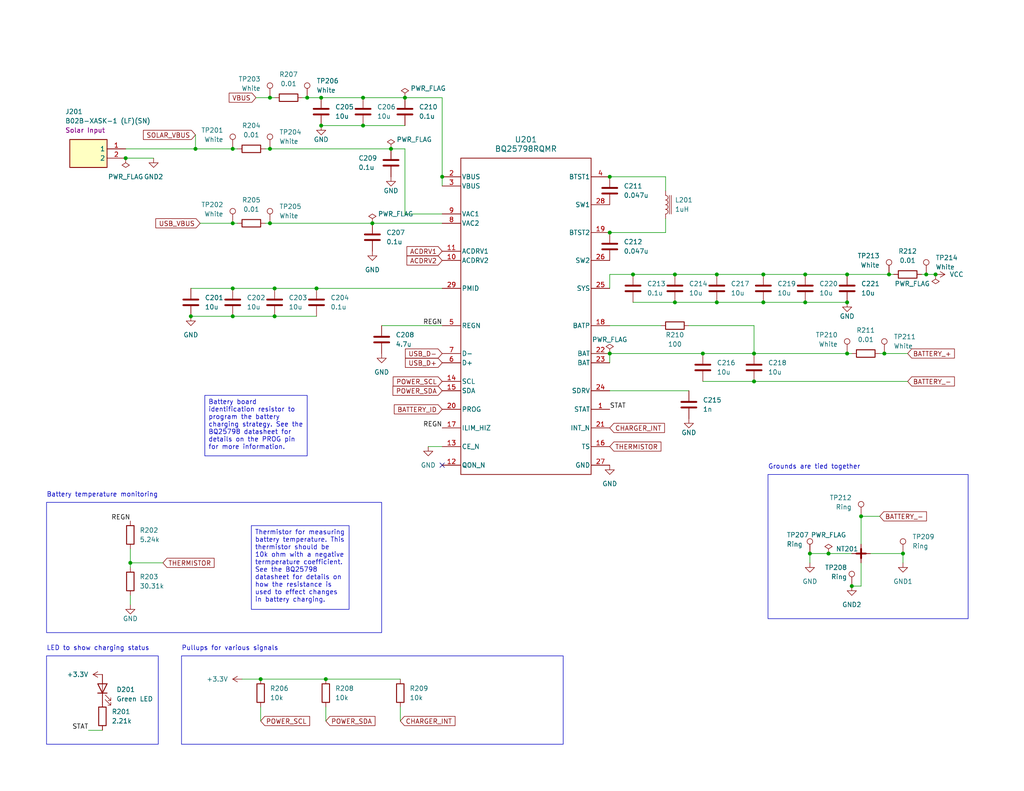
<source format=kicad_sch>
(kicad_sch (version 20230121) (generator eeschema)
  (paper "USLetter")
  (lib_symbols
    (symbol "Connector:TestPoint" (pin_numbers hide) (pin_names (offset 0.762) hide)
      (property "Reference" "TP" (at 0 6.858 0))
      (property "Value" "TestPoint" (at 0 5.08 0))
      (symbol "TestPoint_0_1"
        (circle (center 0 3.302) (radius 0.762))
      )
      (symbol "TestPoint_1_1"
        (pin passive line (at 0 0 90) (length 2.54) (name "1") (number "1"))
      )
    )
    (symbol "Device:C" (pin_numbers hide) (pin_names (offset 0.254))
      (property "Reference" "C" (at 0.635 2.54 0))
      (property "Value" "C" (at 0.635 -2.54 0))
      (symbol "C_0_1"
        (polyline (pts (xy -2.032 -0.762) (xy 2.032 -0.762)) (stroke (width 0.508)))
        (polyline (pts (xy -2.032 0.762) (xy 2.032 0.762)) (stroke (width 0.508)))
      )
      (symbol "C_1_1"
        (pin passive line (at 0 3.81 270) (length 2.794) (name "~") (number "1"))
        (pin passive line (at 0 -3.81 90) (length 2.794) (name "~") (number "2"))
      )
    )
    (symbol "Device:LED" (pin_numbers hide) (pin_names (offset 1.016) hide)
      (property "Reference" "D" (at 0 2.54 0))
      (property "Value" "LED" (at 0 -2.54 0))
      (symbol "LED_0_1"
        (polyline (pts (xy -1.27 -1.27) (xy -1.27 1.27)) (stroke (width 0.254)))
        (polyline (pts (xy -1.27 0) (xy 1.27 0)))
        (polyline (pts (xy 1.27 -1.27) (xy 1.27 1.27) (xy -1.27 0) (xy 1.27 -1.27)) (stroke (width 0.254)))
        (polyline (pts (xy -3.048 -0.762) (xy -4.572 -2.286) (xy -3.81 -2.286) (xy -4.572 -2.286) (xy -4.572 -1.524)))
        (polyline (pts (xy -1.778 -0.762) (xy -3.302 -2.286) (xy -2.54 -2.286) (xy -3.302 -2.286) (xy -3.302 -1.524)))
      )
      (symbol "LED_1_1"
        (pin passive line (at -3.81 0 0) (length 2.54) (name "K") (number "1"))
        (pin passive line (at 3.81 0 180) (length 2.54) (name "A") (number "2"))
      )
    )
    (symbol "Device:L_Iron" (pin_numbers hide) (pin_names (offset 1.016) hide)
      (property "Reference" "L" (at -1.27 0 90))
      (property "Value" "L_Iron" (at 2.794 0 90))
      (symbol "L_Iron_0_1"
        (arc (start 0 -2.54) (mid 0.6323 -1.905) (end 0 -1.27))
        (arc (start 0 -1.27) (mid 0.6323 -0.635) (end 0 0))
        (polyline (pts (xy 1.016 2.54) (xy 1.016 -2.54)))
        (polyline (pts (xy 1.524 -2.54) (xy 1.524 2.54)))
        (arc (start 0 0) (mid 0.6323 0.635) (end 0 1.27))
        (arc (start 0 1.27) (mid 0.6323 1.905) (end 0 2.54))
      )
      (symbol "L_Iron_1_1"
        (pin passive line (at 0 3.81 270) (length 1.27) (name "1") (number "1"))
        (pin passive line (at 0 -3.81 90) (length 1.27) (name "2") (number "2"))
      )
    )
    (symbol "Device:NetTie_4_Cross" (pin_numbers hide) (pin_names (offset 0) hide) (in_bom no)
      (property "Reference" "NT" (at 0.635 1.27 0))
      (property "Value" "NetTie_4_Cross" (at 0.635 -1.27 0))
      (symbol "NetTie_4_Cross_0_1"
        (polyline (pts (xy -1.27 0) (xy 1.27 0)) (stroke (width 0.508)))
        (polyline (pts (xy 0 -1.27) (xy 0 1.27)) (stroke (width 0.508)))
      )
      (symbol "NetTie_4_Cross_1_1"
        (pin passive line (at -2.54 0 0) (length 2.54) (name "1") (number "1"))
        (pin passive line (at 2.54 0 180) (length 2.54) (name "2") (number "2"))
        (pin passive line (at 0 2.54 270) (length 2.54) (name "3") (number "3"))
        (pin passive line (at 0 -2.54 90) (length 2.54) (name "4") (number "4"))
      )
    )
    (symbol "Device:R" (pin_numbers hide) (pin_names (offset 0))
      (property "Reference" "R" (at 2.032 0 90))
      (property "Value" "R" (at 0 0 90))
      (symbol "R_0_1"
        (rectangle (start -1.016 -2.54) (end 1.016 2.54) (stroke (width 0.254)))
      )
      (symbol "R_1_1"
        (pin passive line (at 0 3.81 270) (length 1.27) (name "~") (number "1"))
        (pin passive line (at 0 -3.81 90) (length 1.27) (name "~") (number "2"))
      )
    )
    (symbol "JST B02B-XASK-1 (LF)(SN):B02B-XASK-1__LF__SN_"
      (property "Reference" "J" (at 16.51 7.62 0))
      (property "Value" "B02B-XASK-1__LF__SN_" (at 16.51 5.08 0))
      (symbol "B02B-XASK-1__LF__SN__1_1"
        (rectangle (start 5.08 2.54) (end 15.24 -5.08) (stroke (width 0.254)) (fill (type background)))
        (pin passive line (at 0 -2.54 0) (length 5.08) (name "1") (number "1"))
        (pin passive line (at 0 0 0) (length 5.08) (name "2") (number "2"))
      )
    )
    (symbol "TI BQ25798:BQ25798RQMR" (pin_names (offset 0.254))
      (property "Reference" "U" (at 0 2.54 0))
      (property "Value" "BQ25798RQMR" (at 0 0 0))
      (symbol "BQ25798RQMR_0_1"
        (polyline (pts (xy 5.08 -81.28) (xy 40.64 -81.28)) (stroke (width 0.2032)))
        (polyline (pts (xy 5.08 5.08) (xy 5.08 -81.28)) (stroke (width 0.2032)))
        (polyline (pts (xy 40.64 -81.28) (xy 40.64 5.08)) (stroke (width 0.2032)))
        (polyline (pts (xy 40.64 5.08) (xy 5.08 5.08)) (stroke (width 0.2032)))
        (pin output line (at 45.72 -63.5 180) (length 5.08) (name "STAT") (number "1"))
        (pin input line (at 0 -78.74 0) (length 5.08) (name "QON_N") (number "12"))
        (pin input line (at 0 -73.66 0) (length 5.08) (name "CE_N") (number "13"))
        (pin input line (at 0 -55.88 0) (length 5.08) (name "SCL") (number "14"))
        (pin bidirectional line (at 0 -58.42 0) (length 5.08) (name "SDA") (number "15"))
        (pin input line (at 45.72 -73.66 180) (length 5.08) (name "TS") (number "16"))
        (pin input line (at 0 -68.58 0) (length 5.08) (name "ILIM_HIZ") (number "17"))
        (pin input line (at 45.72 -40.64 180) (length 5.08) (name "BATP") (number "18"))
        (pin bidirectional line (at 45.72 -15.24 180) (length 5.08) (name "BTST2") (number "19"))
        (pin power_in line (at 0 0 0) (length 5.08) (name "VBUS") (number "2"))
        (pin input line (at 0 -63.5 0) (length 5.08) (name "PROG") (number "20"))
        (pin output line (at 45.72 -68.58 180) (length 5.08) (name "INT_N") (number "21"))
        (pin output line (at 45.72 -58.42 180) (length 5.08) (name "SDRV") (number "24"))
        (pin bidirectional line (at 45.72 -22.86 180) (length 5.08) (name "SW2") (number "26"))
        (pin power_in line (at 45.72 -78.74 180) (length 5.08) (name "GND") (number "27"))
        (pin bidirectional line (at 45.72 -7.62 180) (length 5.08) (name "SW1") (number "28"))
        (pin bidirectional line (at 0 -30.48 0) (length 5.08) (name "PMID") (number "29"))
        (pin power_in line (at 0 -2.54 0) (length 5.08) (name "VBUS") (number "3"))
        (pin bidirectional line (at 45.72 0 180) (length 5.08) (name "BTST1") (number "4"))
        (pin power_out line (at 0 -40.64 0) (length 5.08) (name "REGN") (number "5"))
        (pin bidirectional line (at 0 -50.8 0) (length 5.08) (name "D+") (number "6"))
        (pin bidirectional line (at 0 -48.26 0) (length 5.08) (name "D-") (number "7"))
        (pin power_in line (at 0 -12.7 0) (length 5.08) (name "VAC2") (number "8"))
        (pin power_in line (at 0 -10.16 0) (length 5.08) (name "VAC1") (number "9"))
      )
      (symbol "BQ25798RQMR_1_1"
        (pin output line (at 0 -22.86 0) (length 5.08) (name "ACDRV2") (number "10"))
        (pin output line (at 0 -20.32 0) (length 5.08) (name "ACDRV1") (number "11"))
        (pin power_in line (at 45.72 -48.26 180) (length 5.08) (name "BAT") (number "22"))
        (pin power_in line (at 45.72 -50.8 180) (length 5.08) (name "BAT") (number "23"))
        (pin power_out line (at 45.72 -30.48 180) (length 5.08) (name "SYS") (number "25"))
      )
    )
    (symbol "power:+3.3V" (power) (pin_names (offset 0))
      (property "Value" "+3.3V" (at 0 3.556 0))
      (symbol "+3.3V_0_1"
        (polyline (pts (xy -0.762 1.27) (xy 0 2.54)))
        (polyline (pts (xy 0 0) (xy 0 2.54)))
        (polyline (pts (xy 0 2.54) (xy 0.762 1.27)))
      )
      (symbol "+3.3V_1_1"
        (pin power_in line (at 0 0 90) (length 0) hide (name "+3.3V") (number "1"))
      )
    )
    (symbol "power:GND" (power) (pin_names (offset 0))
      (property "Value" "GND" (at 0 -3.81 0))
      (symbol "GND_0_1"
        (polyline (pts (xy 0 0) (xy 0 -1.27) (xy 1.27 -1.27) (xy 0 -2.54) (xy -1.27 -1.27) (xy 0 -1.27)))
      )
      (symbol "GND_1_1"
        (pin power_in line (at 0 0 270) (length 0) hide (name "GND") (number "1"))
      )
    )
    (symbol "power:GND1" (power) (pin_names (offset 0))
      (property "Value" "GND1" (at 0 -3.81 0))
      (symbol "GND1_0_1"
        (polyline (pts (xy 0 0) (xy 0 -1.27) (xy 1.27 -1.27) (xy 0 -2.54) (xy -1.27 -1.27) (xy 0 -1.27)))
      )
      (symbol "GND1_1_1"
        (pin power_in line (at 0 0 270) (length 0) hide (name "GND1") (number "1"))
      )
    )
    (symbol "power:GND2" (power) (pin_names (offset 0))
      (property "Value" "GND2" (at 0 -3.81 0))
      (symbol "GND2_0_1"
        (polyline (pts (xy 0 0) (xy 0 -1.27) (xy 1.27 -1.27) (xy 0 -2.54) (xy -1.27 -1.27) (xy 0 -1.27)))
      )
      (symbol "GND2_1_1"
        (pin power_in line (at 0 0 270) (length 0) hide (name "GND2") (number "1"))
      )
    )
    (symbol "power:PWR_FLAG" (power) (pin_numbers hide) (pin_names (offset 0) hide)
      (property "Value" "PWR_FLAG" (at 0 3.81 0))
      (symbol "PWR_FLAG_0_0"
        (pin power_out line (at 0 0 90) (length 0) (name "pwr") (number "1"))
      )
      (symbol "PWR_FLAG_0_1"
        (polyline (pts (xy 0 0) (xy 0 1.27) (xy -1.016 1.905) (xy 0 2.54) (xy 1.016 1.905) (xy 0 1.27)))
      )
    )
    (symbol "power:VCC" (power) (pin_names (offset 0))
      (property "Value" "VCC" (at 0 3.81 0))
      (symbol "VCC_0_1"
        (polyline (pts (xy -0.762 1.27) (xy 0 2.54)))
        (polyline (pts (xy 0 0) (xy 0 2.54)))
        (polyline (pts (xy 0 2.54) (xy 0.762 1.27)))
      )
      (symbol "VCC_1_1"
        (pin power_in line (at 0 0 90) (length 0) hide (name "VCC") (number "1"))
      )
    )
  )
  (junction (at 106.68 40.64))
  (junction (at 231.14 96.52))
  (junction (at 246.38 151.13))
  (junction (at 63.5 86.36))
  (junction (at 99.06 34.29))
  (junction (at 86.36 78.74))
  (junction (at 234.95 140.97))
  (junction (at 195.58 74.93))
  (junction (at 99.06 26.67))
  (junction (at 73.66 60.96))
  (junction (at 205.74 96.52))
  (junction (at 205.74 104.14))
  (junction (at 71.12 185.42))
  (junction (at 74.93 86.36))
  (junction (at 232.41 160.02))
  (junction (at 219.71 82.55))
  (junction (at 231.14 82.55))
  (junction (at 88.9 185.42))
  (junction (at 34.29 43.18))
  (junction (at 241.3 96.52))
  (junction (at 220.98 151.13))
  (junction (at 63.5 60.96))
  (junction (at 231.14 74.93))
  (junction (at 252.73 74.93))
  (junction (at 53.34 40.64))
  (junction (at 110.49 26.67))
  (junction (at 208.28 74.93))
  (junction (at 184.15 82.55))
  (junction (at 74.93 78.74))
  (junction (at 226.06 151.13))
  (junction (at 63.5 78.74))
  (junction (at 166.37 96.52))
  (junction (at 87.63 34.29))
  (junction (at 172.72 74.93))
  (junction (at 87.63 26.67))
  (junction (at 120.65 48.26))
  (junction (at 35.56 153.67))
  (junction (at 52.07 86.36))
  (junction (at 73.66 40.64))
  (junction (at 166.37 63.5))
  (junction (at 255.27 74.93))
  (junction (at 73.66 26.67))
  (junction (at 219.71 74.93))
  (junction (at 101.6 60.96))
  (junction (at 83.82 26.67))
  (junction (at 63.5 40.64))
  (junction (at 184.15 74.93))
  (junction (at 191.77 96.52))
  (junction (at 242.57 74.93))
  (junction (at 195.58 82.55))
  (junction (at 208.28 82.55))
  (junction (at 166.37 48.26))
  (no_connect (at 120.65 127))
  (wire (pts (xy 35.56 149.86) (xy 35.56 153.67)))
  (wire (pts (xy 180.34 88.9) (xy 166.37 88.9)))
  (wire (pts (xy 231.14 96.52) (xy 232.41 96.52)))
  (wire (pts (xy 231.14 74.93) (xy 242.57 74.93)))
  (wire (pts (xy 52.07 78.74) (xy 63.5 78.74)))
  (wire (pts (xy 234.95 140.97) (xy 234.95 148.59)))
  (wire (pts (xy 181.61 52.07) (xy 181.61 48.26)))
  (wire (pts (xy 251.46 74.93) (xy 252.73 74.93)))
  (wire (pts (xy 99.06 26.67) (xy 110.49 26.67)))
  (wire (pts (xy 63.5 78.74) (xy 74.93 78.74)))
  (wire (pts (xy 234.95 153.67) (xy 234.95 160.02)))
  (wire (pts (xy 220.98 153.67) (xy 220.98 151.13)))
  (wire (pts (xy 208.28 82.55) (xy 219.71 82.55)))
  (wire (pts (xy 82.55 26.67) (xy 83.82 26.67)))
  (wire (pts (xy 120.65 26.67) (xy 120.65 48.26)))
  (wire (pts (xy 86.36 78.74) (xy 120.65 78.74)))
  (wire (pts (xy 234.95 140.97) (xy 240.03 140.97)))
  (wire (pts (xy 106.68 40.64) (xy 110.49 40.64)))
  (wire (pts (xy 116.84 121.92) (xy 120.65 121.92)))
  (wire (pts (xy 35.56 153.67) (xy 44.45 153.67)))
  (wire (pts (xy 66.04 185.42) (xy 71.12 185.42)))
  (wire (pts (xy 87.63 34.29) (xy 99.06 34.29)))
  (wire (pts (xy 219.71 74.93) (xy 231.14 74.93)))
  (wire (pts (xy 35.56 162.56) (xy 35.56 165.1)))
  (wire (pts (xy 72.39 40.64) (xy 73.66 40.64)))
  (wire (pts (xy 63.5 60.96) (xy 64.77 60.96)))
  (wire (pts (xy 88.9 185.42) (xy 109.22 185.42)))
  (wire (pts (xy 53.34 36.83) (xy 53.34 40.64)))
  (wire (pts (xy 63.5 86.36) (xy 74.93 86.36)))
  (wire (pts (xy 120.65 48.26) (xy 120.65 50.8)))
  (wire (pts (xy 241.3 96.52) (xy 247.65 96.52)))
  (wire (pts (xy 219.71 82.55) (xy 231.14 82.55)))
  (wire (pts (xy 205.74 88.9) (xy 205.74 96.52)))
  (wire (pts (xy 181.61 48.26) (xy 166.37 48.26)))
  (wire (pts (xy 109.22 193.04) (xy 109.22 196.85)))
  (wire (pts (xy 99.06 34.29) (xy 110.49 34.29)))
  (wire (pts (xy 71.12 193.04) (xy 71.12 196.85)))
  (wire (pts (xy 166.37 74.93) (xy 166.37 78.74)))
  (wire (pts (xy 184.15 82.55) (xy 195.58 82.55)))
  (wire (pts (xy 184.15 74.93) (xy 195.58 74.93)))
  (wire (pts (xy 74.93 78.74) (xy 86.36 78.74)))
  (wire (pts (xy 34.29 40.64) (xy 53.34 40.64)))
  (wire (pts (xy 101.6 60.96) (xy 120.65 60.96)))
  (wire (pts (xy 72.39 60.96) (xy 73.66 60.96)))
  (wire (pts (xy 73.66 40.64) (xy 106.68 40.64)))
  (wire (pts (xy 166.37 96.52) (xy 166.37 99.06)))
  (wire (pts (xy 71.12 185.42) (xy 88.9 185.42)))
  (wire (pts (xy 110.49 26.67) (xy 120.65 26.67)))
  (wire (pts (xy 83.82 26.67) (xy 87.63 26.67)))
  (wire (pts (xy 110.49 40.64) (xy 110.49 58.42)))
  (wire (pts (xy 240.03 96.52) (xy 241.3 96.52)))
  (wire (pts (xy 191.77 96.52) (xy 205.74 96.52)))
  (wire (pts (xy 181.61 63.5) (xy 166.37 63.5)))
  (wire (pts (xy 237.49 151.13) (xy 246.38 151.13)))
  (wire (pts (xy 63.5 40.64) (xy 64.77 40.64)))
  (wire (pts (xy 74.93 86.36) (xy 86.36 86.36)))
  (wire (pts (xy 73.66 60.96) (xy 101.6 60.96)))
  (wire (pts (xy 246.38 153.67) (xy 246.38 151.13)))
  (wire (pts (xy 205.74 96.52) (xy 231.14 96.52)))
  (wire (pts (xy 52.07 86.36) (xy 63.5 86.36)))
  (wire (pts (xy 69.85 26.67) (xy 73.66 26.67)))
  (wire (pts (xy 104.14 88.9) (xy 120.65 88.9)))
  (wire (pts (xy 232.41 160.02) (xy 234.95 160.02)))
  (wire (pts (xy 226.06 151.13) (xy 232.41 151.13)))
  (wire (pts (xy 73.66 26.67) (xy 74.93 26.67)))
  (wire (pts (xy 53.34 40.64) (xy 63.5 40.64)))
  (wire (pts (xy 252.73 74.93) (xy 255.27 74.93)))
  (wire (pts (xy 205.74 104.14) (xy 247.65 104.14)))
  (wire (pts (xy 208.28 74.93) (xy 219.71 74.93)))
  (wire (pts (xy 195.58 82.55) (xy 208.28 82.55)))
  (wire (pts (xy 166.37 96.52) (xy 191.77 96.52)))
  (wire (pts (xy 220.98 151.13) (xy 226.06 151.13)))
  (wire (pts (xy 88.9 193.04) (xy 88.9 196.85)))
  (wire (pts (xy 54.61 60.96) (xy 63.5 60.96)))
  (wire (pts (xy 24.13 199.39) (xy 27.94 199.39)))
  (wire (pts (xy 166.37 106.68) (xy 187.96 106.68)))
  (wire (pts (xy 187.96 88.9) (xy 205.74 88.9)))
  (wire (pts (xy 242.57 74.93) (xy 243.84 74.93)))
  (wire (pts (xy 181.61 59.69) (xy 181.61 63.5)))
  (wire (pts (xy 195.58 74.93) (xy 208.28 74.93)))
  (wire (pts (xy 35.56 154.94) (xy 35.56 153.67)))
  (wire (pts (xy 172.72 74.93) (xy 184.15 74.93)))
  (wire (pts (xy 191.77 104.14) (xy 205.74 104.14)))
  (wire (pts (xy 161.29 96.52) (xy 166.37 96.52)))
  (wire (pts (xy 34.29 43.18) (xy 41.91 43.18)))
  (wire (pts (xy 166.37 74.93) (xy 172.72 74.93)))
  (wire (pts (xy 110.49 58.42) (xy 120.65 58.42)))
  (wire (pts (xy 87.63 26.67) (xy 99.06 26.67)))
  (wire (pts (xy 172.72 82.55) (xy 184.15 82.55)))
  (rectangle (start 12.7 179.07) (end 43.18 203.2))
  (rectangle (start 12.7 137.16) (end 104.14 172.72))
  (rectangle (start 209.55 129.54) (end 264.16 168.91))
  (rectangle (start 49.53 179.07) (end 153.67 203.2))
  (rectangle (start 295.91 157.48) (end 295.91 157.48))
  (text_box "Battery board identification resistor to program the battery charging strategy. See the BQ25798 datasheet for details on the PROG pin for more information." (at 55.88 107.95 0) (size 27.94 16.51) (effects (font (size 1.27 1.27)) (justify left top)))
  (text_box "Thermistor for measuring battery temperature. This thermistor should be 10k ohm with a negative termperature coefficient. See the BQ25798 datasheet for details on how the resistance is used to effect changes in battery charging." (at 68.58 143.51 0) (size 26.67 22.86) (effects (font (size 1.27 1.27)) (justify left top)))
  (text "Grounds are tied together" (at 209.55 128.27 0) (effects (font (size 1.27 1.27)) (justify left bottom)))
  (text "Pullups for various signals" (at 49.53 177.8 0) (effects (font (size 1.27 1.27)) (justify left bottom)))
  (text "Battery temperature monitoring" (at 12.7 135.89 0) (effects (font (size 1.27 1.27)) (justify left bottom)))
  (text "LED to show charging status" (at 12.7 177.8 0) (effects (font (size 1.27 1.27)) (justify left bottom)))
  (label "REGN" (at 120.65 88.9 180))
  (label "STAT" (at 24.13 199.39 180))
  (label "STAT" (at 166.37 111.76 0))
  (label "REGN" (at 120.65 116.84 180))
  (label "REGN" (at 35.56 142.24 180))
  (global_label "USB_VBUS" (shape input) (at 54.61 60.96 180) (property "Intersheetrefs" "${INTERSHEET_REFS}" (at 41.9486 60.96 0) (effects (justify right))))
  (global_label "BATTERY_-" (shape input) (at 247.65 104.14 0) (property "Intersheetrefs" "${INTERSHEET_REFS}" (at 260.9766 104.14 0) (effects (justify left))))
  (global_label "BATTERY_+" (shape input) (at 247.65 96.52 0) (property "Intersheetrefs" "${INTERSHEET_REFS}" (at 260.9766 96.52 0) (effects (justify left))))
  (global_label "BATTERY_ID" (shape input) (at 120.65 111.76 180) (property "Intersheetrefs" "${INTERSHEET_REFS}" (at 107.021 111.76 0) (effects (justify right))))
  (global_label "ACDRV2" (shape input) (at 120.65 71.12 180) (property "Intersheetrefs" "${INTERSHEET_REFS}" (at 110.4681 71.12 0) (effects (justify right))))
  (global_label "USB_D+" (shape input) (at 120.65 99.06 180) (property "Intersheetrefs" "${INTERSHEET_REFS}" (at 110.0448 99.06 0) (effects (justify right))))
  (global_label "THERMISTOR" (shape input) (at 44.45 153.67 0) (property "Intersheetrefs" "${INTERSHEET_REFS}" (at 58.9861 153.67 0) (effects (justify left))))
  (global_label "POWER_SDA" (shape input) (at 120.65 106.68 180) (property "Intersheetrefs" "${INTERSHEET_REFS}" (at 106.6582 106.68 0) (effects (justify right))))
  (global_label "ACDRV1" (shape input) (at 120.65 68.58 180) (property "Intersheetrefs" "${INTERSHEET_REFS}" (at 110.4681 68.58 0) (effects (justify right))))
  (global_label "CHARGER_INT" (shape input) (at 109.22 196.85 0) (property "Intersheetrefs" "${INTERSHEET_REFS}" (at 124.7238 196.85 0) (effects (justify left))))
  (global_label "VBUS" (shape input) (at 69.85 26.67 180) (property "Intersheetrefs" "${INTERSHEET_REFS}" (at 61.9662 26.67 0) (effects (justify right))))
  (global_label "BATTERY_-" (shape input) (at 240.03 140.97 0) (property "Intersheetrefs" "${INTERSHEET_REFS}" (at 253.3566 140.97 0) (effects (justify left))))
  (global_label "POWER_SDA" (shape input) (at 88.9 196.85 0) (property "Intersheetrefs" "${INTERSHEET_REFS}" (at 102.8918 196.85 0) (effects (justify left))))
  (global_label "THERMISTOR" (shape input) (at 166.37 121.92 0) (property "Intersheetrefs" "${INTERSHEET_REFS}" (at 180.9061 121.92 0) (effects (justify left))))
  (global_label "POWER_SCL" (shape input) (at 120.65 104.14 180) (property "Intersheetrefs" "${INTERSHEET_REFS}" (at 106.7187 104.14 0) (effects (justify right))))
  (global_label "USB_D-" (shape input) (at 120.65 96.52 180) (property "Intersheetrefs" "${INTERSHEET_REFS}" (at 110.0448 96.52 0) (effects (justify right))))
  (global_label "CHARGER_INT" (shape input) (at 166.37 116.84 0) (property "Intersheetrefs" "${INTERSHEET_REFS}" (at 181.8738 116.84 0) (effects (justify left))))
  (global_label "POWER_SCL" (shape input) (at 71.12 196.85 0) (property "Intersheetrefs" "${INTERSHEET_REFS}" (at 85.0513 196.85 0) (effects (justify left))))
  (global_label "SOLAR_VBUS" (shape input) (at 53.34 36.83 180) (property "Intersheetrefs" "${INTERSHEET_REFS}" (at 38.5619 36.83 0) (effects (justify right))))
  (symbol (lib_id "Device:C") (at 110.49 30.48 0) (unit 1)
    (property "Reference" "C210" (at 114.3 29.21 0) (effects (justify left)))
    (property "Value" "0.1u" (at 114.3 31.75 0) (effects (justify left)))
    (property "Footprint" "Capacitor_SMD:C_0402_1005Metric" (effects hide))
    (property "Manufacturer" "Murata Electronics" (effects hide))
    (property "Manufacturer Part Number" "GCJ188R71H104KA12D" (effects hide))
    (property "Designed Manufacturer" "TDK" (effects hide))
    (property "Designed Part Number" "C1005X7R1H104K050BE" (effects hide))
    (property "MPN" "C161115" (effects hide))
    (property "Active" "Y" (effects hide))
    (property "Specs" "50V" (effects hide))
  )
  (symbol (lib_id "Device:C") (at 219.71 78.74 0) (unit 1)
    (property "Reference" "C220" (at 223.52 77.47 0) (effects (justify left)))
    (property "Value" "10u" (at 223.52 80.01 0) (effects (justify left)))
    (property "Footprint" "Capacitor_SMD:C_0603_1608Metric" (effects hide))
    (property "Manufacturer" "Murata Electronics" (effects hide))
    (property "Manufacturer Part Number" "GRT188R61E106ME13D" (effects hide))
    (property "Designed Manufacturer" "TDK" (effects hide))
    (property "Designed Part Number" "C2012X5R1E106K125AB " (effects hide))
    (property "MPN" "C697423" (effects hide))
    (property "Active" "Y" (effects hide))
    (property "Specs" "25V" (effects hide))
  )
  (symbol (lib_id "Device:R") (at 71.12 189.23 0) (unit 1)
    (property "Reference" "R206" (at 73.66 187.96 0) (effects (justify left)))
    (property "Value" "10k" (at 73.66 190.5 0) (effects (justify left)))
    (property "Footprint" "Resistor_SMD:R_0402_1005Metric" (effects hide))
    (property "Designed Manufacturer" "Vishay-Dale" (effects hide))
    (property "Designed Part Number" "CRCW040210K0FKED" (effects hide))
    (property "MPN" "C71617" (effects hide))
    (property "Manufacturer" "Vishay-Dale" (effects hide))
    (property "Manufacturer Part Number" "CRCW040210K0FKED" (effects hide))
    (property "Active" "Y" (effects hide))
  )
  (symbol (lib_id "power:PWR_FLAG") (at 166.37 96.52 0) (unit 1)
    (property "Reference" "#FLG0203" (effects hide))
    (property "Value" "PWR_FLAG" (at 166.37 92.71 0))
  )
  (symbol (lib_id "Device:R") (at 68.58 60.96 90) (unit 1)
    (property "Reference" "R205" (at 68.58 54.61 90))
    (property "Value" "0.01" (at 68.58 57.15 90))
    (property "Footprint" "Resistor_SMD:R_2512_6332Metric" (effects hide))
    (property "MPN" "C844296" (effects hide))
    (property "Manufacturer" "Vishay Intertech" (effects hide))
    (property "Manufacturer Part Number" "WSLP2512L5000FEA" (effects hide))
    (property "Active" "Y" (effects hide))
  )
  (symbol (lib_id "Connector:TestPoint") (at 232.41 160.02 0) (unit 1)
    (property "Reference" "TP208" (at 231.14 154.94 0) (effects (justify right)))
    (property "Value" "Ring" (at 231.14 157.48 0) (effects (justify right)))
    (property "Footprint" "TestPoint:TestPoint_Keystone_5019_Minature" (effects hide))
    (property "MPN" "C238131" (effects hide))
    (property "Manufacturer" "Keystone" (effects hide))
    (property "Manufacturer Part Number" "5019" (effects hide))
    (property "Active" "Y" (effects hide))
  )
  (symbol (lib_id "Device:R") (at 88.9 189.23 0) (unit 1)
    (property "Reference" "R208" (at 91.44 187.96 0) (effects (justify left)))
    (property "Value" "10k" (at 91.44 190.5 0) (effects (justify left)))
    (property "Footprint" "Resistor_SMD:R_0402_1005Metric" (effects hide))
    (property "Designed Manufacturer" "Vishay-Dale" (effects hide))
    (property "Designed Part Number" "CRCW040210K0FKED" (effects hide))
    (property "MPN" "C71617" (effects hide))
    (property "Manufacturer" "Vishay-Dale" (effects hide))
    (property "Manufacturer Part Number" "CRCW040210K0FKED" (effects hide))
    (property "Active" "Y" (effects hide))
  )
  (symbol (lib_id "power:GND") (at 231.14 82.55 0) (unit 1)
    (property "Reference" "#PWR0217" (effects hide))
    (property "Value" "GND" (at 231.14 86.36 0))
  )
  (symbol (lib_id "Device:C") (at 172.72 78.74 0) (unit 1)
    (property "Reference" "C213" (at 176.53 77.47 0) (effects (justify left)))
    (property "Value" "0.1u" (at 176.53 80.01 0) (effects (justify left)))
    (property "Footprint" "Capacitor_SMD:C_0402_1005Metric" (effects hide))
    (property "Manufacturer" "Murata Electronics" (effects hide))
    (property "Manufacturer Part Number" "GCJ188R71H104KA12D" (effects hide))
    (property "Designed Manufacturer" "TDK" (effects hide))
    (property "Designed Part Number" "C1005X7R1H104K050BE" (effects hide))
    (property "MPN" "C161115" (effects hide))
    (property "Active" "Y" (effects hide))
    (property "Specs" "50V" (effects hide))
  )
  (symbol (lib_id "Device:C") (at 106.68 44.45 0) (unit 1)
    (property "Reference" "C209" (at 97.79 43.18 0) (effects (justify left)))
    (property "Value" "0.1u" (at 97.79 45.72 0) (effects (justify left)))
    (property "Footprint" "Capacitor_SMD:C_0402_1005Metric" (effects hide))
    (property "Manufacturer" "Murata Electronics" (effects hide))
    (property "Manufacturer Part Number" "GCJ188R71H104KA12D" (effects hide))
    (property "Designed Manufacturer" "TDK" (effects hide))
    (property "Designed Part Number" "C1005X7R1H104K050BE" (effects hide))
    (property "MPN" "C161115" (effects hide))
    (property "Active" "Y" (effects hide))
    (property "Specs" "50V" (effects hide))
  )
  (symbol (lib_id "Device:R") (at 184.15 88.9 90) (unit 1)
    (property "Reference" "R210" (at 184.15 91.44 90))
    (property "Value" "100" (at 184.15 93.98 90))
    (property "Footprint" "Resistor_SMD:R_0603_1608Metric" (effects hide))
    (property "MPN" "C105588" (effects hide))
    (property "Manufacturer" "YAGEO" (effects hide))
    (property "Manufacturer Part Number" "RC0603FR-07100RL " (effects hide))
    (property "Active" "Y" (effects hide))
  )
  (symbol (lib_id "power:GND") (at 220.98 153.67 0) (unit 1)
    (property "Reference" "#PWR0208" (effects hide))
    (property "Value" "GND" (at 220.98 158.75 0))
  )
  (symbol (lib_id "Device:NetTie_4_Cross") (at 234.95 151.13 0) (unit 1) (in_bom no)
    (property "Reference" "NT201" (at 231.14 149.86 0))
    (property "Value" "NetTie_4_Cross" (effects hide))
  )
  (symbol (lib_id "Device:C") (at 195.58 78.74 0) (unit 1)
    (property "Reference" "C217" (at 199.39 77.47 0) (effects (justify left)))
    (property "Value" "10u" (at 199.39 80.01 0) (effects (justify left)))
    (property "Footprint" "Capacitor_SMD:C_0603_1608Metric" (effects hide))
    (property "Manufacturer" "Murata Electronics" (effects hide))
    (property "Manufacturer Part Number" "GRT188R61E106ME13D" (effects hide))
    (property "Designed Manufacturer" "TDK" (effects hide))
    (property "Designed Part Number" "C2012X5R1E106K125AB " (effects hide))
    (property "MPN" "C697423" (effects hide))
    (property "Active" "Y" (effects hide))
    (property "Specs" "25V" (effects hide))
  )
  (symbol (lib_id "Connector:TestPoint") (at 73.66 40.64 0) (unit 1)
    (property "Reference" "TP204" (at 76.2 36.068 0) (effects (justify left)))
    (property "Value" "White" (at 76.2 38.608 0) (effects (justify left)))
    (property "Footprint" "TestPoint:TestPoint_Keystone_5000-5004_Miniature" (effects hide))
    (property "MPN" "C238123" (effects hide))
    (property "Manufacturer" "Keystone" (effects hide))
    (property "Manufacturer Part Number" "5002" (effects hide))
    (property "Active" "Y" (effects hide))
  )
  (symbol (lib_id "power:+3.3V") (at 66.04 185.42 90) (unit 1)
    (property "Reference" "#PWR0205" (effects hide))
    (property "Value" "+3.3V" (at 62.23 185.42 90) (effects (justify left)))
  )
  (symbol (lib_id "Device:C") (at 184.15 78.74 0) (unit 1)
    (property "Reference" "C214" (at 187.96 77.47 0) (effects (justify left)))
    (property "Value" "10u" (at 187.96 80.01 0) (effects (justify left)))
    (property "Footprint" "Capacitor_SMD:C_0603_1608Metric" (effects hide))
    (property "Manufacturer" "Murata Electronics" (effects hide))
    (property "Manufacturer Part Number" "GRT188R61E106ME13D" (effects hide))
    (property "Designed Manufacturer" "TDK" (effects hide))
    (property "Designed Part Number" "C2012X5R1E106K125AB " (effects hide))
    (property "MPN" "C697423" (effects hide))
    (property "Active" "Y" (effects hide))
    (property "Specs" "25V" (effects hide))
  )
  (symbol (lib_id "Device:R") (at 68.58 40.64 90) (unit 1)
    (property "Reference" "R204" (at 68.58 34.29 90))
    (property "Value" "0.01" (at 68.58 36.83 90))
    (property "Footprint" "Resistor_SMD:R_2512_6332Metric" (effects hide))
    (property "MPN" "C844296" (effects hide))
    (property "Manufacturer" "Vishay Intertech" (effects hide))
    (property "Manufacturer Part Number" "WSLP2512L5000FEA" (effects hide))
    (property "Active" "Y" (effects hide))
  )
  (symbol (lib_id "Connector:TestPoint") (at 83.82 26.67 0) (unit 1)
    (property "Reference" "TP206" (at 86.36 22.098 0) (effects (justify left)))
    (property "Value" "White" (at 86.36 24.638 0) (effects (justify left)))
    (property "Footprint" "TestPoint:TestPoint_Keystone_5000-5004_Miniature" (effects hide))
    (property "MPN" "C238123" (effects hide))
    (property "Manufacturer" "Keystone" (effects hide))
    (property "Manufacturer Part Number" "5002" (effects hide))
    (property "Active" "Y" (effects hide))
  )
  (symbol (lib_id "Device:C") (at 205.74 100.33 0) (unit 1)
    (property "Reference" "C218" (at 209.55 99.06 0) (effects (justify left)))
    (property "Value" "10u" (at 209.55 101.6 0) (effects (justify left)))
    (property "Footprint" "Capacitor_SMD:C_0603_1608Metric" (effects hide))
    (property "MPN" "C697423" (effects hide))
    (property "Manufacturer" "Murata Electronics" (effects hide))
    (property "Manufacturer Part Number" "GRT188R61E106ME13D" (effects hide))
    (property "Active" "Y" (effects hide))
    (property "Specs" "25V" (effects hide))
  )
  (symbol (lib_id "power:GND") (at 116.84 121.92 0) (unit 1)
    (property "Reference" "#PWR0211" (effects hide))
    (property "Value" "GND" (at 116.84 127 0))
  )
  (symbol (lib_id "power:PWR_FLAG") (at 34.29 43.18 180) (unit 1)
    (property "Reference" "#FLG0202" (effects hide))
    (property "Value" "PWR_FLAG" (at 34.29 48.26 0))
  )
  (symbol (lib_id "Device:C") (at 231.14 78.74 0) (unit 1)
    (property "Reference" "C221" (at 234.95 77.47 0) (effects (justify left)))
    (property "Value" "10u" (at 234.95 80.01 0) (effects (justify left)))
    (property "Footprint" "Capacitor_SMD:C_0603_1608Metric" (effects hide))
    (property "Manufacturer" "Murata Electronics" (effects hide))
    (property "Manufacturer Part Number" "GRT188R61E106ME13D" (effects hide))
    (property "Designed Manufacturer" "TDK" (effects hide))
    (property "Designed Part Number" "C2012X5R1E106K125AB " (effects hide))
    (property "MPN" "C697423" (effects hide))
    (property "Active" "Y" (effects hide))
    (property "Specs" "25V" (effects hide))
  )
  (symbol (lib_id "JST B02B-XASK-1 (LF)(SN):B02B-XASK-1__LF__SN_") (at 34.29 43.18 180) (unit 1)
    (property "Reference" "J201" (at 17.78 30.48 0) (effects (justify right)))
    (property "Value" "B02B-XASK-1 (LF)(SN)" (at 17.78 33.02 0) (effects (justify right)))
    (property "Footprint" "B02BXASK1LFSN" (effects hide))
    (property "Datasheet" "https://www.jst-mfg.com/product/pdf/eng/eXA1.pdf" (effects hide))
    (property "Height" "8.8" (effects hide))
    (property "Manufacturer_Name" "JST (JAPAN SOLDERLESS TERMINALS)" (effects hide))
    (property "Manufacturer_Part_Number" "B02B-XASK-1 (LF)(SN)" (effects hide))
    (property "Purpose" "Solar Input" (at 17.78 35.56 0) (effects (justify right)))
    (property "MPN" "C263753" (effects hide))
    (property "Manufacturer" "JST" (effects hide))
    (property "Manufacturer Part Number" "B02B-XASK-1(LF)(SN)" (effects hide))
    (property "Active" "Y" (effects hide))
  )
  (symbol (lib_id "power:GND") (at 52.07 86.36 0) (unit 1)
    (property "Reference" "#PWR0204" (effects hide))
    (property "Value" "GND" (at 52.07 91.44 0))
  )
  (symbol (lib_id "Device:C") (at 87.63 30.48 0) (unit 1)
    (property "Reference" "C205" (at 91.44 29.21 0) (effects (justify left)))
    (property "Value" "10u" (at 91.44 31.75 0) (effects (justify left)))
    (property "Footprint" "Capacitor_SMD:C_0603_1608Metric" (effects hide))
    (property "Manufacturer" "Murata Electronics" (effects hide))
    (property "Manufacturer Part Number" "GRT188R61E106ME13D" (effects hide))
    (property "Designed Manufacturer" "TDK" (effects hide))
    (property "Designed Part Number" "C2012X5R1E106K125AB " (effects hide))
    (property "MPN" "C697423" (effects hide))
    (property "Active" "Y" (effects hide))
    (property "Specs" "25V" (effects hide))
  )
  (symbol (lib_id "Device:C") (at 99.06 30.48 0) (unit 1)
    (property "Reference" "C206" (at 102.87 29.21 0) (effects (justify left)))
    (property "Value" "10u" (at 102.87 31.75 0) (effects (justify left)))
    (property "Footprint" "Capacitor_SMD:C_0603_1608Metric" (effects hide))
    (property "Manufacturer" "Murata Electronics" (effects hide))
    (property "Manufacturer Part Number" "GRT188R61E106ME13D" (effects hide))
    (property "Designed Manufacturer" "TDK" (effects hide))
    (property "Designed Part Number" "C2012X5R1E106K125AB " (effects hide))
    (property "MPN" "C697423" (effects hide))
    (property "Active" "Y" (effects hide))
    (property "Specs" "25V" (effects hide))
  )
  (symbol (lib_id "Connector:TestPoint") (at 73.66 26.67 0) (unit 1)
    (property "Reference" "TP203" (at 71.12 21.59 0) (effects (justify right)))
    (property "Value" "White" (at 71.12 24.13 0) (effects (justify right)))
    (property "Footprint" "TestPoint:TestPoint_Keystone_5000-5004_Miniature" (effects hide))
    (property "MPN" "C238123" (effects hide))
    (property "Manufacturer" "Keystone" (effects hide))
    (property "Manufacturer Part Number" "5002" (effects hide))
    (property "Active" "Y" (effects hide))
  )
  (symbol (lib_id "power:GND") (at 104.14 96.52 0) (unit 1)
    (property "Reference" "#PWR0209" (effects hide))
    (property "Value" "GND" (at 104.14 101.6 0))
  )
  (symbol (lib_id "Device:LED") (at 27.94 187.96 90) (unit 1)
    (property "Reference" "D201" (at 31.75 188.2775 90) (effects (justify right)))
    (property "Value" "Green LED" (at 31.75 190.8175 90) (effects (justify right)))
    (property "Footprint" "LED_SMD:LED_0603_1608Metric" (effects hide))
    (property "MPN" "C125093" (effects hide))
    (property "Manufacturer" "Lite-On" (effects hide))
    (property "Manufacturer Part Number" "LTST-C190GKT" (effects hide))
    (property "Active" "Y" (effects hide))
  )
  (symbol (lib_id "power:PWR_FLAG") (at 110.49 26.67 0) (unit 1)
    (property "Reference" "#FLG0205" (effects hide))
    (property "Value" "PWR_FLAG" (at 116.84 24.13 0))
  )
  (symbol (lib_id "power:GND2") (at 41.91 43.18 0) (unit 1)
    (property "Reference" "#PWR0203" (effects hide))
    (property "Value" "GND2" (at 41.91 48.26 0))
  )
  (symbol (lib_id "Device:R") (at 247.65 74.93 90) (unit 1)
    (property "Reference" "R212" (at 247.65 68.58 90))
    (property "Value" "0.01" (at 247.65 71.12 90))
    (property "Footprint" "Resistor_SMD:R_2512_6332Metric" (effects hide))
    (property "MPN" "C844296" (effects hide))
    (property "Manufacturer" "Vishay Intertech" (effects hide))
    (property "Manufacturer Part Number" "WSLP2512L5000FEA" (effects hide))
    (property "Active" "Y" (effects hide))
  )
  (symbol (lib_id "Device:C") (at 191.77 100.33 0) (unit 1)
    (property "Reference" "C216" (at 195.58 99.06 0) (effects (justify left)))
    (property "Value" "10u" (at 195.58 101.6 0) (effects (justify left)))
    (property "Footprint" "Capacitor_SMD:C_0603_1608Metric" (effects hide))
    (property "MPN" "C697423" (effects hide))
    (property "Manufacturer" "Murata Electronics" (effects hide))
    (property "Manufacturer Part Number" "GRT188R61E106ME13D" (effects hide))
    (property "Active" "Y" (effects hide))
    (property "Specs" "25V" (effects hide))
  )
  (symbol (lib_id "Device:R") (at 35.56 146.05 0) (unit 1)
    (property "Reference" "R202" (at 38.1 144.78 0) (effects (justify left)))
    (property "Value" "5.24k" (at 38.1 147.32 0) (effects (justify left)))
    (property "Footprint" "Resistor_SMD:R_0402_1005Metric" (effects hide))
    (property "Designed Manufacturer" "Vishay-Dale" (effects hide))
    (property "Designed Part Number" "CRCW04025K23FKED" (effects hide))
    (property "MPN" "C170332" (effects hide))
    (property "Manufacturer" "Walsin Tech Corp" (effects hide))
    (property "Manufacturer Part Number" "WR04X5231FTL" (effects hide))
    (property "Active" "Y, MOQ 10k" (effects hide))
  )
  (symbol (lib_id "Device:R") (at 236.22 96.52 90) (unit 1)
    (property "Reference" "R211" (at 236.22 90.17 90))
    (property "Value" "0.01" (at 236.22 92.71 90))
    (property "Footprint" "Resistor_SMD:R_2512_6332Metric" (effects hide))
    (property "MPN" "C844296" (effects hide))
    (property "Manufacturer" "Vishay Intertech" (effects hide))
    (property "Manufacturer Part Number" "WSLP2512L5000FEA" (effects hide))
    (property "Active" "Y" (effects hide))
  )
  (symbol (lib_id "power:PWR_FLAG") (at 101.6 60.96 0) (unit 1)
    (property "Reference" "#FLG0206" (effects hide))
    (property "Value" "PWR_FLAG" (at 107.95 58.42 0))
  )
  (symbol (lib_id "power:PWR_FLAG") (at 255.27 74.93 180) (unit 1)
    (property "Reference" "#FLG0207" (effects hide))
    (property "Value" "PWR_FLAG" (at 248.92 77.47 0))
  )
  (symbol (lib_id "TI BQ25798:BQ25798RQMR") (at 120.65 48.26 0) (unit 1)
    (property "Reference" "U201" (at 143.51 38.1 0) (effects (font (size 1.524 1.524))))
    (property "Value" "BQ25798RQMR" (at 143.51 40.64 0) (effects (font (size 1.524 1.524))))
    (property "Footprint" "RQM0029A-MFG" (effects hide))
    (property "Datasheet" "BQ25798RQMR" (effects hide))
    (property "MPN" "C2876593" (effects hide))
    (property "Manufacturer" "TEXAS INSTRUMENTS" (effects hide))
    (property "Manufacturer Part Number" "BQ25798RQMR" (effects hide))
    (property "Active" "Y" (effects hide))
  )
  (symbol (lib_id "power:GND2") (at 232.41 160.02 0) (unit 1)
    (property "Reference" "#PWR0212" (effects hide))
    (property "Value" "GND2" (at 232.41 165.1 0))
  )
  (symbol (lib_id "Device:C") (at 187.96 110.49 0) (unit 1)
    (property "Reference" "C215" (at 191.77 109.22 0) (effects (justify left)))
    (property "Value" "1n" (at 191.77 111.76 0) (effects (justify left)))
    (property "Footprint" "Capacitor_SMD:C_0402_1005Metric" (effects hide))
    (property "MPN" "C76947" (effects hide))
    (property "Manufacturer" "Murata Electronics" (effects hide))
    (property "Manufacturer Part Number" "GRM1555C1H102JA01D" (effects hide))
    (property "Specs" "1nF, 50V rated, 0402 package, ceramic capacitor" (effects hide))
    (property "Active" "Y" (effects hide))
  )
  (symbol (lib_id "Device:C") (at 166.37 67.31 0) (unit 1)
    (property "Reference" "C212" (at 170.18 66.04 0) (effects (justify left)))
    (property "Value" "0.047u" (at 170.18 68.58 0) (effects (justify left)))
    (property "Footprint" "Capacitor_SMD:C_0402_1005Metric" (effects hide))
    (property "Manufacturer" "Samsung Electro-Mechanics" (effects hide))
    (property "Manufacturer Part Number" "CL05B473KA5NNNC" (effects hide))
    (property "Designed Manufacturer" "Murata Electronics" (effects hide))
    (property "Designed Part Number" "GRM155R71E473KA88D " (effects hide))
    (property "MPN" "C318631" (effects hide))
    (property "Active" "Y" (effects hide))
  )
  (symbol (lib_id "Connector:TestPoint") (at 241.3 96.52 0) (unit 1)
    (property "Reference" "TP211" (at 243.84 91.948 0) (effects (justify left)))
    (property "Value" "White" (at 243.84 94.488 0) (effects (justify left)))
    (property "Footprint" "TestPoint:TestPoint_Keystone_5000-5004_Miniature" (effects hide))
    (property "MPN" "C238123" (effects hide))
    (property "Manufacturer" "Keystone" (effects hide))
    (property "Manufacturer Part Number" "5002" (effects hide))
    (property "Active" "Y" (effects hide))
  )
  (symbol (lib_id "Connector:TestPoint") (at 242.57 74.93 0) (unit 1)
    (property "Reference" "TP213" (at 240.03 69.85 0) (effects (justify right)))
    (property "Value" "White" (at 240.03 72.39 0) (effects (justify right)))
    (property "Footprint" "TestPoint:TestPoint_Keystone_5000-5004_Miniature" (effects hide))
    (property "MPN" "C238123" (effects hide))
    (property "Manufacturer" "Keystone" (effects hide))
    (property "Manufacturer Part Number" "5002" (effects hide))
    (property "Active" "Y" (effects hide))
  )
  (symbol (lib_id "Connector:TestPoint") (at 252.73 74.93 0) (unit 1)
    (property "Reference" "TP214" (at 255.27 70.358 0) (effects (justify left)))
    (property "Value" "White" (at 255.27 72.898 0) (effects (justify left)))
    (property "Footprint" "TestPoint:TestPoint_Keystone_5000-5004_Miniature" (effects hide))
    (property "MPN" "C238123" (effects hide))
    (property "Manufacturer" "Keystone" (effects hide))
    (property "Manufacturer Part Number" "5002" (effects hide))
    (property "Active" "Y" (effects hide))
  )
  (symbol (lib_id "Device:C") (at 63.5 82.55 0) (unit 1)
    (property "Reference" "C202" (at 67.31 81.28 0) (effects (justify left)))
    (property "Value" "10u" (at 67.31 83.82 0) (effects (justify left)))
    (property "Footprint" "Capacitor_SMD:C_0603_1608Metric" (effects hide))
    (property "Manufacturer" "Murata Electronics" (effects hide))
    (property "Manufacturer Part Number" "GRT188R61E106ME13D" (effects hide))
    (property "Designed Manufacturer" "TDK" (effects hide))
    (property "Designed Part Number" "C2012X5R1E106K125AB " (effects hide))
    (property "MPN" "C697423" (effects hide))
    (property "Active" "Y" (effects hide))
    (property "Specs" "25V" (effects hide))
  )
  (symbol (lib_id "Device:C") (at 52.07 82.55 0) (unit 1)
    (property "Reference" "C201" (at 55.88 81.28 0) (effects (justify left)))
    (property "Value" "10u" (at 55.88 83.82 0) (effects (justify left)))
    (property "Footprint" "Capacitor_SMD:C_0603_1608Metric" (effects hide))
    (property "Manufacturer" "Murata Electronics" (effects hide))
    (property "Manufacturer Part Number" "GRT188R61E106ME13D" (effects hide))
    (property "Designed Manufacturer" "TDK" (effects hide))
    (property "Designed Part Number" "C2012X5R1E106K125AB " (effects hide))
    (property "MPN" "C697423" (effects hide))
    (property "Active" "Y" (effects hide))
    (property "Specs" "25V" (effects hide))
  )
  (symbol (lib_id "Device:C") (at 101.6 64.77 0) (unit 1)
    (property "Reference" "C207" (at 105.41 63.5 0) (effects (justify left)))
    (property "Value" "0.1u" (at 105.41 66.04 0) (effects (justify left)))
    (property "Footprint" "Capacitor_SMD:C_0402_1005Metric" (effects hide))
    (property "Manufacturer" "Murata Electronics" (effects hide))
    (property "Manufacturer Part Number" "GCJ188R71H104KA12D" (effects hide))
    (property "Designed Manufacturer" "TDK" (effects hide))
    (property "Designed Part Number" "C1005X7R1H104K050BE" (effects hide))
    (property "MPN" "C161115" (effects hide))
    (property "Active" "Y" (effects hide))
    (property "Specs" "50V" (effects hide))
  )
  (symbol (lib_id "power:GND") (at 101.6 68.58 0) (unit 1)
    (property "Reference" "#PWR0207" (effects hide))
    (property "Value" "GND" (at 101.6 73.66 0))
  )
  (symbol (lib_id "power:+3.3V") (at 27.94 184.15 90) (unit 1)
    (property "Reference" "#PWR0201" (effects hide))
    (property "Value" "+3.3V" (at 24.13 184.15 90) (effects (justify left)))
  )
  (symbol (lib_id "Device:R") (at 35.56 158.75 0) (unit 1)
    (property "Reference" "R203" (at 38.1 157.48 0) (effects (justify left)))
    (property "Value" "30.31k" (at 38.1 160.02 0) (effects (justify left)))
    (property "Footprint" "Resistor_SMD:R_0603_1608Metric" (effects hide))
    (property "Designed Manufacturer" "Vishay-Dale" (effects hide))
    (property "Designed Part Number" "CRCW040230K1FKED " (effects hide))
    (property "MPN" "C423049" (effects hide))
    (property "Manufacturer" "UNI-ROYAL(Uniroyal Elec)" (effects hide))
    (property "Manufacturer Part Number" "0603WAD3012T5E" (effects hide))
    (property "Active" "Y, MOQ 5k" (effects hide))
  )
  (symbol (lib_id "Device:C") (at 166.37 52.07 0) (unit 1)
    (property "Reference" "C211" (at 170.18 50.8 0) (effects (justify left)))
    (property "Value" "0.047u" (at 170.18 53.34 0) (effects (justify left)))
    (property "Footprint" "Capacitor_SMD:C_0402_1005Metric" (effects hide))
    (property "Manufacturer" "Samsung Electro-Mechanics" (effects hide))
    (property "Manufacturer Part Number" "CL05B473KA5NNNC" (effects hide))
    (property "Designed Manufacturer" "Murata Electronics" (effects hide))
    (property "Designed Part Number" "GRM155R71E473KA88D " (effects hide))
    (property "MPN" "C318631" (effects hide))
    (property "Active" "Y" (effects hide))
  )
  (symbol (lib_id "Device:R") (at 78.74 26.67 90) (unit 1)
    (property "Reference" "R207" (at 78.74 20.32 90))
    (property "Value" "0.01" (at 78.74 22.86 90))
    (property "Footprint" "Resistor_SMD:R_2512_6332Metric" (effects hide))
    (property "MPN" "C844296" (effects hide))
    (property "Manufacturer" "Vishay Intertech" (effects hide))
    (property "Manufacturer Part Number" "WSLP2512L5000FEA" (effects hide))
    (property "Active" "Y" (effects hide))
  )
  (symbol (lib_id "Device:C") (at 74.93 82.55 0) (unit 1)
    (property "Reference" "C203" (at 78.74 81.28 0) (effects (justify left)))
    (property "Value" "10u" (at 78.74 83.82 0) (effects (justify left)))
    (property "Footprint" "Capacitor_SMD:C_0603_1608Metric" (effects hide))
    (property "Manufacturer" "Murata Electronics" (effects hide))
    (property "Manufacturer Part Number" "GRT188R61E106ME13D" (effects hide))
    (property "Designed Manufacturer" "TDK" (effects hide))
    (property "Designed Part Number" "C2012X5R1E106K125AB " (effects hide))
    (property "MPN" "C697423" (effects hide))
    (property "Active" "Y" (effects hide))
    (property "Specs" "25V" (effects hide))
  )
  (symbol (lib_id "Device:R") (at 109.22 189.23 0) (unit 1)
    (property "Reference" "R209" (at 111.76 187.96 0) (effects (justify left)))
    (property "Value" "10k" (at 111.76 190.5 0) (effects (justify left)))
    (property "Footprint" "Resistor_SMD:R_0402_1005Metric" (effects hide))
    (property "Designed Manufacturer" "Vishay-Dale" (effects hide))
    (property "Designed Part Number" "CRCW040210K0FKED" (effects hide))
    (property "MPN" "C71617" (effects hide))
    (property "Manufacturer" "Vishay-Dale" (effects hide))
    (property "Manufacturer Part Number" "CRCW040210K0FKED" (effects hide))
    (property "Active" "Y" (effects hide))
  )
  (symbol (lib_id "power:GND1") (at 246.38 153.67 0) (unit 1)
    (property "Reference" "#PWR0213" (effects hide))
    (property "Value" "GND1" (at 246.38 158.75 0))
  )
  (symbol (lib_id "Connector:TestPoint") (at 246.38 151.13 0) (unit 1)
    (property "Reference" "TP209" (at 248.92 146.558 0) (effects (justify left)))
    (property "Value" "Ring" (at 248.92 149.098 0) (effects (justify left)))
    (property "Footprint" "TestPoint:TestPoint_Keystone_5019_Minature" (effects hide))
    (property "MPN" "C238131" (effects hide))
    (property "Manufacturer" "Keystone" (effects hide))
    (property "Manufacturer Part Number" "5019" (effects hide))
    (property "Active" "Y" (effects hide))
  )
  (symbol (lib_id "power:VCC") (at 255.27 74.93 270) (unit 1)
    (property "Reference" "#PWR0218" (effects hide))
    (property "Value" "VCC" (at 259.08 74.93 90) (effects (justify left)))
  )
  (symbol (lib_id "Device:L_Iron") (at 181.61 55.88 0) (unit 1)
    (property "Reference" "L201" (at 184.15 54.61 0) (effects (justify left)))
    (property "Value" "1uH" (at 184.15 57.15 0) (effects (justify left)))
    (property "Footprint" "Inductor_SMD:L_12x12mm_H8mm" (effects hide))
    (property "Designed Manufacturer" "TDK" (effects hide))
    (property "Designed Part Number" "SPM6530T-1R0M120 " (effects hide))
    (property "MPN" "C2998763" (effects hide))
    (property "Manufacturer" "Sumida" (effects hide))
    (property "Manufacturer Part Number" "CDRH127/LDNP-1R0NC" (effects hide))
    (property "Active" "Y" (effects hide))
  )
  (symbol (lib_id "Device:C") (at 208.28 78.74 0) (unit 1)
    (property "Reference" "C219" (at 212.09 77.47 0) (effects (justify left)))
    (property "Value" "10u" (at 212.09 80.01 0) (effects (justify left)))
    (property "Footprint" "Capacitor_SMD:C_0603_1608Metric" (effects hide))
    (property "Manufacturer" "Murata Electronics" (effects hide))
    (property "Manufacturer Part Number" "GRT188R61E106ME13D" (effects hide))
    (property "Designed Manufacturer" "TDK" (effects hide))
    (property "Designed Part Number" "C2012X5R1E106K125AB " (effects hide))
    (property "MPN" "C697423" (effects hide))
    (property "Active" "Y" (effects hide))
    (property "Specs" "25V" (effects hide))
  )
  (symbol (lib_id "power:GND") (at 166.37 127 0) (unit 1)
    (property "Reference" "#PWR0215" (effects hide))
    (property "Value" "GND" (at 166.37 132.08 0))
  )
  (symbol (lib_id "Connector:TestPoint") (at 220.98 151.13 0) (unit 1)
    (property "Reference" "TP207" (at 214.63 146.05 0) (effects (justify left)))
    (property "Value" "Ring" (at 214.63 148.59 0) (effects (justify left)))
    (property "Footprint" "TestPoint:TestPoint_Keystone_5019_Minature" (effects hide))
    (property "MPN" "C238131" (effects hide))
    (property "Manufacturer" "Keystone" (effects hide))
    (property "Manufacturer Part Number" "5019" (effects hide))
    (property "Active" "Y" (effects hide))
  )
  (symbol (lib_id "Connector:TestPoint") (at 234.95 140.97 0) (unit 1)
    (property "Reference" "TP212" (at 232.41 135.89 0) (effects (justify right)))
    (property "Value" "Ring" (at 232.41 138.43 0) (effects (justify right)))
    (property "Footprint" "TestPoint:TestPoint_Keystone_5019_Minature" (effects hide))
    (property "MPN" "C238131" (effects hide))
    (property "Manufacturer" "Keystone" (effects hide))
    (property "Manufacturer Part Number" "5019" (effects hide))
    (property "Active" "Y" (effects hide))
  )
  (symbol (lib_id "power:GND") (at 106.68 48.26 0) (unit 1)
    (property "Reference" "#PWR0210" (effects hide))
    (property "Value" "GND" (at 106.68 52.07 0))
  )
  (symbol (lib_id "power:PWR_FLAG") (at 226.06 151.13 0) (unit 1)
    (property "Reference" "#FLG0204" (effects hide))
    (property "Value" "PWR_FLAG" (at 226.06 146.05 0))
  )
  (symbol (lib_id "power:GND") (at 35.56 165.1 0) (unit 1)
    (property "Reference" "#PWR0202" (effects hide))
    (property "Value" "GND" (at 35.56 168.91 0))
  )
  (symbol (lib_id "Connector:TestPoint") (at 73.66 60.96 0) (unit 1)
    (property "Reference" "TP205" (at 76.2 56.388 0) (effects (justify left)))
    (property "Value" "White" (at 76.2 58.928 0) (effects (justify left)))
    (property "Footprint" "TestPoint:TestPoint_Keystone_5000-5004_Miniature" (effects hide))
    (property "MPN" "C238123" (effects hide))
    (property "Manufacturer" "Keystone" (effects hide))
    (property "Manufacturer Part Number" "5002" (effects hide))
    (property "Active" "Y" (effects hide))
  )
  (symbol (lib_id "power:GND") (at 187.96 114.3 0) (unit 1)
    (property "Reference" "#PWR0214" (effects hide))
    (property "Value" "GND" (at 187.96 118.11 0))
  )
  (symbol (lib_id "power:PWR_FLAG") (at 106.68 40.64 0) (unit 1)
    (property "Reference" "#FLG0201" (effects hide))
    (property "Value" "PWR_FLAG" (at 113.03 38.1 0))
  )
  (symbol (lib_id "Device:C") (at 104.14 92.71 0) (unit 1)
    (property "Reference" "C208" (at 107.95 91.44 0) (effects (justify left)))
    (property "Value" "4.7u" (at 107.95 93.98 0) (effects (justify left)))
    (property "Footprint" "Capacitor_SMD:C_0805_2012Metric" (effects hide))
    (property "Specs" "10V" (effects hide))
    (property "MPN" "C338100" (effects hide))
    (property "Manufacturer" "TDK" (effects hide))
    (property "Manufacturer Part Number" "C2012X7R1E475KT000S" (effects hide))
    (property "Active" "Y" (effects hide))
  )
  (symbol (lib_id "power:GND") (at 87.63 34.29 0) (unit 1)
    (property "Reference" "#PWR0206" (effects hide))
    (property "Value" "GND" (at 87.63 38.1 0))
  )
  (symbol (lib_id "Connector:TestPoint") (at 63.5 60.96 0) (unit 1)
    (property "Reference" "TP202" (at 60.96 55.88 0) (effects (justify right)))
    (property "Value" "White" (at 60.96 58.42 0) (effects (justify right)))
    (property "Footprint" "TestPoint:TestPoint_Keystone_5000-5004_Miniature" (effects hide))
    (property "MPN" "C238123" (effects hide))
    (property "Manufacturer" "Keystone" (effects hide))
    (property "Manufacturer Part Number" "5002" (effects hide))
    (property "Active" "Y" (effects hide))
  )
  (symbol (lib_id "Device:R") (at 27.94 195.58 0) (unit 1)
    (property "Reference" "R201" (at 30.48 194.31 0) (effects (justify left)))
    (property "Value" "2.21k" (at 30.48 196.85 0) (effects (justify left)))
    (property "Footprint" "Resistor_SMD:R_0402_1005Metric" (effects hide))
    (property "Designed Manufacturer" "Vishay-Dale" (effects hide))
    (property "Designed Part Number" "CRCW04022K21FKED" (effects hide))
    (property "MPN" "C305298" (effects hide))
    (property "Manufacturer" "Walsin Tech Corp" (effects hide))
    (property "Manufacturer Part Number" "WR04X2211FTL" (effects hide))
    (property "Active" "Y" (effects hide))
  )
  (symbol (lib_id "Device:C") (at 86.36 82.55 0) (unit 1)
    (property "Reference" "C204" (at 90.17 81.28 0) (effects (justify left)))
    (property "Value" "0.1u" (at 90.17 83.82 0) (effects (justify left)))
    (property "Footprint" "Capacitor_SMD:C_0402_1005Metric" (effects hide))
    (property "Manufacturer" "Murata Electronics" (effects hide))
    (property "Manufacturer Part Number" "GCJ188R71H104KA12D" (effects hide))
    (property "Designed Manufacturer" "TDK" (effects hide))
    (property "Designed Part Number" "C1005X7R1H104K050BE" (effects hide))
    (property "MPN" "C161115" (effects hide))
    (property "Active" "Y" (effects hide))
    (property "Specs" "50V" (effects hide))
  )
  (symbol (lib_id "Connector:TestPoint") (at 63.5 40.64 0) (unit 1)
    (property "Reference" "TP201" (at 60.96 35.56 0) (effects (justify right)))
    (property "Value" "White" (at 60.96 38.1 0) (effects (justify right)))
    (property "Footprint" "TestPoint:TestPoint_Keystone_5000-5004_Miniature" (effects hide))
    (property "MPN" "C238123" (effects hide))
    (property "Manufacturer" "Keystone" (effects hide))
    (property "Manufacturer Part Number" "5002" (effects hide))
    (property "Active" "Y" (effects hide))
  )
  (symbol (lib_id "Connector:TestPoint") (at 231.14 96.52 0) (unit 1)
    (property "Reference" "TP210" (at 228.6 91.44 0) (effects (justify right)))
    (property "Value" "White" (at 228.6 93.98 0) (effects (justify right)))
    (property "Footprint" "TestPoint:TestPoint_Keystone_5000-5004_Miniature" (effects hide))
    (property "MPN" "C238123" (effects hide))
    (property "Manufacturer" "Keystone" (effects hide))
    (property "Manufacturer Part Number" "5002" (effects hide))
    (property "Active" "Y" (effects hide))
  )
)
</source>
